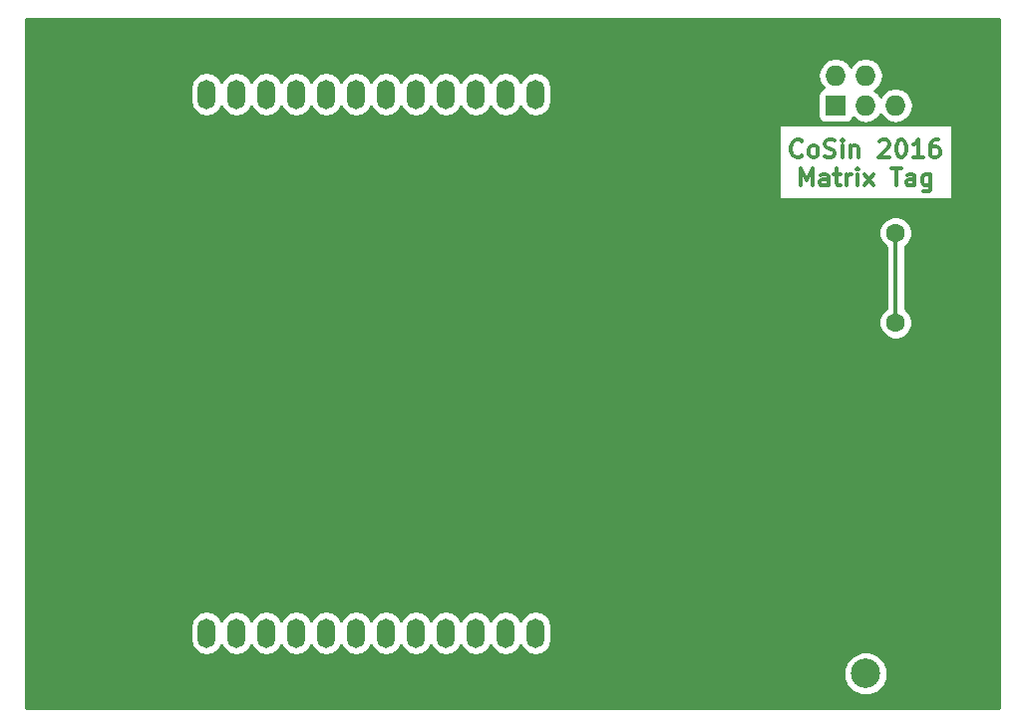
<source format=gbr>
G04 #@! TF.FileFunction,Copper,L1,Top,Signal*
%FSLAX46Y46*%
G04 Gerber Fmt 4.6, Leading zero omitted, Abs format (unit mm)*
G04 Created by KiCad (PCBNEW 4.0.2+dfsg1-stable) date Thu 23 Jun 2016 09:12:49 CEST*
%MOMM*%
G01*
G04 APERTURE LIST*
%ADD10C,0.100000*%
%ADD11C,0.300000*%
%ADD12C,1.600000*%
%ADD13C,2.500000*%
%ADD14R,1.727200X1.727200*%
%ADD15O,1.727200X1.727200*%
%ADD16O,1.500000X2.500000*%
%ADD17C,0.800000*%
%ADD18C,0.350000*%
%ADD19C,0.250000*%
G04 APERTURE END LIST*
D10*
D11*
X220607144Y-85335714D02*
X220535715Y-85407143D01*
X220321429Y-85478571D01*
X220178572Y-85478571D01*
X219964287Y-85407143D01*
X219821429Y-85264286D01*
X219750001Y-85121429D01*
X219678572Y-84835714D01*
X219678572Y-84621429D01*
X219750001Y-84335714D01*
X219821429Y-84192857D01*
X219964287Y-84050000D01*
X220178572Y-83978571D01*
X220321429Y-83978571D01*
X220535715Y-84050000D01*
X220607144Y-84121429D01*
X221464287Y-85478571D02*
X221321429Y-85407143D01*
X221250001Y-85335714D01*
X221178572Y-85192857D01*
X221178572Y-84764286D01*
X221250001Y-84621429D01*
X221321429Y-84550000D01*
X221464287Y-84478571D01*
X221678572Y-84478571D01*
X221821429Y-84550000D01*
X221892858Y-84621429D01*
X221964287Y-84764286D01*
X221964287Y-85192857D01*
X221892858Y-85335714D01*
X221821429Y-85407143D01*
X221678572Y-85478571D01*
X221464287Y-85478571D01*
X222535715Y-85407143D02*
X222750001Y-85478571D01*
X223107144Y-85478571D01*
X223250001Y-85407143D01*
X223321430Y-85335714D01*
X223392858Y-85192857D01*
X223392858Y-85050000D01*
X223321430Y-84907143D01*
X223250001Y-84835714D01*
X223107144Y-84764286D01*
X222821430Y-84692857D01*
X222678572Y-84621429D01*
X222607144Y-84550000D01*
X222535715Y-84407143D01*
X222535715Y-84264286D01*
X222607144Y-84121429D01*
X222678572Y-84050000D01*
X222821430Y-83978571D01*
X223178572Y-83978571D01*
X223392858Y-84050000D01*
X224035715Y-85478571D02*
X224035715Y-84478571D01*
X224035715Y-83978571D02*
X223964286Y-84050000D01*
X224035715Y-84121429D01*
X224107143Y-84050000D01*
X224035715Y-83978571D01*
X224035715Y-84121429D01*
X224750001Y-84478571D02*
X224750001Y-85478571D01*
X224750001Y-84621429D02*
X224821429Y-84550000D01*
X224964287Y-84478571D01*
X225178572Y-84478571D01*
X225321429Y-84550000D01*
X225392858Y-84692857D01*
X225392858Y-85478571D01*
X227178572Y-84121429D02*
X227250001Y-84050000D01*
X227392858Y-83978571D01*
X227750001Y-83978571D01*
X227892858Y-84050000D01*
X227964287Y-84121429D01*
X228035715Y-84264286D01*
X228035715Y-84407143D01*
X227964287Y-84621429D01*
X227107144Y-85478571D01*
X228035715Y-85478571D01*
X228964286Y-83978571D02*
X229107143Y-83978571D01*
X229250000Y-84050000D01*
X229321429Y-84121429D01*
X229392858Y-84264286D01*
X229464286Y-84550000D01*
X229464286Y-84907143D01*
X229392858Y-85192857D01*
X229321429Y-85335714D01*
X229250000Y-85407143D01*
X229107143Y-85478571D01*
X228964286Y-85478571D01*
X228821429Y-85407143D01*
X228750000Y-85335714D01*
X228678572Y-85192857D01*
X228607143Y-84907143D01*
X228607143Y-84550000D01*
X228678572Y-84264286D01*
X228750000Y-84121429D01*
X228821429Y-84050000D01*
X228964286Y-83978571D01*
X230892857Y-85478571D02*
X230035714Y-85478571D01*
X230464286Y-85478571D02*
X230464286Y-83978571D01*
X230321429Y-84192857D01*
X230178571Y-84335714D01*
X230035714Y-84407143D01*
X232178571Y-83978571D02*
X231892857Y-83978571D01*
X231750000Y-84050000D01*
X231678571Y-84121429D01*
X231535714Y-84335714D01*
X231464285Y-84621429D01*
X231464285Y-85192857D01*
X231535714Y-85335714D01*
X231607142Y-85407143D01*
X231750000Y-85478571D01*
X232035714Y-85478571D01*
X232178571Y-85407143D01*
X232250000Y-85335714D01*
X232321428Y-85192857D01*
X232321428Y-84835714D01*
X232250000Y-84692857D01*
X232178571Y-84621429D01*
X232035714Y-84550000D01*
X231750000Y-84550000D01*
X231607142Y-84621429D01*
X231535714Y-84692857D01*
X231464285Y-84835714D01*
X220464286Y-87878571D02*
X220464286Y-86378571D01*
X220964286Y-87450000D01*
X221464286Y-86378571D01*
X221464286Y-87878571D01*
X222821429Y-87878571D02*
X222821429Y-87092857D01*
X222750000Y-86950000D01*
X222607143Y-86878571D01*
X222321429Y-86878571D01*
X222178572Y-86950000D01*
X222821429Y-87807143D02*
X222678572Y-87878571D01*
X222321429Y-87878571D01*
X222178572Y-87807143D01*
X222107143Y-87664286D01*
X222107143Y-87521429D01*
X222178572Y-87378571D01*
X222321429Y-87307143D01*
X222678572Y-87307143D01*
X222821429Y-87235714D01*
X223321429Y-86878571D02*
X223892858Y-86878571D01*
X223535715Y-86378571D02*
X223535715Y-87664286D01*
X223607143Y-87807143D01*
X223750001Y-87878571D01*
X223892858Y-87878571D01*
X224392858Y-87878571D02*
X224392858Y-86878571D01*
X224392858Y-87164286D02*
X224464286Y-87021429D01*
X224535715Y-86950000D01*
X224678572Y-86878571D01*
X224821429Y-86878571D01*
X225321429Y-87878571D02*
X225321429Y-86878571D01*
X225321429Y-86378571D02*
X225250000Y-86450000D01*
X225321429Y-86521429D01*
X225392857Y-86450000D01*
X225321429Y-86378571D01*
X225321429Y-86521429D01*
X225892858Y-87878571D02*
X226678572Y-86878571D01*
X225892858Y-86878571D02*
X226678572Y-87878571D01*
X228178572Y-86378571D02*
X229035715Y-86378571D01*
X228607144Y-87878571D02*
X228607144Y-86378571D01*
X230178572Y-87878571D02*
X230178572Y-87092857D01*
X230107143Y-86950000D01*
X229964286Y-86878571D01*
X229678572Y-86878571D01*
X229535715Y-86950000D01*
X230178572Y-87807143D02*
X230035715Y-87878571D01*
X229678572Y-87878571D01*
X229535715Y-87807143D01*
X229464286Y-87664286D01*
X229464286Y-87521429D01*
X229535715Y-87378571D01*
X229678572Y-87307143D01*
X230035715Y-87307143D01*
X230178572Y-87235714D01*
X231535715Y-86878571D02*
X231535715Y-88092857D01*
X231464286Y-88235714D01*
X231392858Y-88307143D01*
X231250001Y-88378571D01*
X231035715Y-88378571D01*
X230892858Y-88307143D01*
X231535715Y-87807143D02*
X231392858Y-87878571D01*
X231107144Y-87878571D01*
X230964286Y-87807143D01*
X230892858Y-87735714D01*
X230821429Y-87592857D01*
X230821429Y-87164286D01*
X230892858Y-87021429D01*
X230964286Y-86950000D01*
X231107144Y-86878571D01*
X231392858Y-86878571D01*
X231535715Y-86950000D01*
D12*
X223460000Y-91890000D03*
X228540000Y-91890000D03*
X223460000Y-99510000D03*
X228540000Y-99510000D03*
D13*
X226000000Y-129350000D03*
X226000000Y-109350000D03*
D14*
X223460000Y-81040000D03*
D15*
X223460000Y-78500000D03*
X226000000Y-81040000D03*
X226000000Y-78500000D03*
X228540000Y-81040000D03*
X228540000Y-78500000D03*
D16*
X170040000Y-125900000D03*
X172580000Y-125900000D03*
X175120000Y-125900000D03*
X177660000Y-125900000D03*
X180200000Y-125900000D03*
X182740000Y-125900000D03*
X185280000Y-125900000D03*
X187820000Y-125900000D03*
X190360000Y-125900000D03*
X192900000Y-125900000D03*
X195440000Y-125900000D03*
X197980000Y-125900000D03*
X170040000Y-80100000D03*
X172580000Y-80100000D03*
X175120000Y-80100000D03*
X177660000Y-80100000D03*
X180200000Y-80100000D03*
X182740000Y-80100000D03*
X185280000Y-80100000D03*
X187820000Y-80100000D03*
X190360000Y-80100000D03*
X192900000Y-80100000D03*
X195440000Y-80100000D03*
X197980000Y-80100000D03*
D17*
X223100000Y-103300000D03*
X171500000Y-90300000D03*
X179600000Y-90300000D03*
X187100000Y-90200000D03*
X194600000Y-90200000D03*
X196500000Y-115700000D03*
X188900000Y-115600000D03*
X181000000Y-115600000D03*
X173520000Y-115650000D03*
X177850000Y-110020000D03*
X194490000Y-105810000D03*
D18*
X228540000Y-99510000D02*
X228540000Y-91890000D01*
D19*
G36*
X237300000Y-132300000D02*
X154700000Y-132300000D01*
X154700000Y-129721324D01*
X224124676Y-129721324D01*
X224409526Y-130410714D01*
X224936511Y-130938620D01*
X225625403Y-131224673D01*
X226371324Y-131225324D01*
X227060714Y-130940474D01*
X227588620Y-130413489D01*
X227874673Y-129724597D01*
X227875324Y-128978676D01*
X227590474Y-128289286D01*
X227063489Y-127761380D01*
X226374597Y-127475327D01*
X225628676Y-127474676D01*
X224939286Y-127759526D01*
X224411380Y-128286511D01*
X224125327Y-128975403D01*
X224124676Y-129721324D01*
X154700000Y-129721324D01*
X154700000Y-125363267D01*
X168665000Y-125363267D01*
X168665000Y-126436733D01*
X168769666Y-126962923D01*
X169067728Y-127409005D01*
X169513810Y-127707067D01*
X170040000Y-127811733D01*
X170566190Y-127707067D01*
X171012272Y-127409005D01*
X171310000Y-126963423D01*
X171607728Y-127409005D01*
X172053810Y-127707067D01*
X172580000Y-127811733D01*
X173106190Y-127707067D01*
X173552272Y-127409005D01*
X173850000Y-126963423D01*
X174147728Y-127409005D01*
X174593810Y-127707067D01*
X175120000Y-127811733D01*
X175646190Y-127707067D01*
X176092272Y-127409005D01*
X176390000Y-126963423D01*
X176687728Y-127409005D01*
X177133810Y-127707067D01*
X177660000Y-127811733D01*
X178186190Y-127707067D01*
X178632272Y-127409005D01*
X178930000Y-126963423D01*
X179227728Y-127409005D01*
X179673810Y-127707067D01*
X180200000Y-127811733D01*
X180726190Y-127707067D01*
X181172272Y-127409005D01*
X181470000Y-126963423D01*
X181767728Y-127409005D01*
X182213810Y-127707067D01*
X182740000Y-127811733D01*
X183266190Y-127707067D01*
X183712272Y-127409005D01*
X184010000Y-126963423D01*
X184307728Y-127409005D01*
X184753810Y-127707067D01*
X185280000Y-127811733D01*
X185806190Y-127707067D01*
X186252272Y-127409005D01*
X186550000Y-126963423D01*
X186847728Y-127409005D01*
X187293810Y-127707067D01*
X187820000Y-127811733D01*
X188346190Y-127707067D01*
X188792272Y-127409005D01*
X189090000Y-126963423D01*
X189387728Y-127409005D01*
X189833810Y-127707067D01*
X190360000Y-127811733D01*
X190886190Y-127707067D01*
X191332272Y-127409005D01*
X191630000Y-126963423D01*
X191927728Y-127409005D01*
X192373810Y-127707067D01*
X192900000Y-127811733D01*
X193426190Y-127707067D01*
X193872272Y-127409005D01*
X194170000Y-126963423D01*
X194467728Y-127409005D01*
X194913810Y-127707067D01*
X195440000Y-127811733D01*
X195966190Y-127707067D01*
X196412272Y-127409005D01*
X196710000Y-126963423D01*
X197007728Y-127409005D01*
X197453810Y-127707067D01*
X197980000Y-127811733D01*
X198506190Y-127707067D01*
X198952272Y-127409005D01*
X199250334Y-126962923D01*
X199355000Y-126436733D01*
X199355000Y-125363267D01*
X199250334Y-124837077D01*
X198952272Y-124390995D01*
X198506190Y-124092933D01*
X197980000Y-123988267D01*
X197453810Y-124092933D01*
X197007728Y-124390995D01*
X196710000Y-124836577D01*
X196412272Y-124390995D01*
X195966190Y-124092933D01*
X195440000Y-123988267D01*
X194913810Y-124092933D01*
X194467728Y-124390995D01*
X194170000Y-124836577D01*
X193872272Y-124390995D01*
X193426190Y-124092933D01*
X192900000Y-123988267D01*
X192373810Y-124092933D01*
X191927728Y-124390995D01*
X191630000Y-124836577D01*
X191332272Y-124390995D01*
X190886190Y-124092933D01*
X190360000Y-123988267D01*
X189833810Y-124092933D01*
X189387728Y-124390995D01*
X189090000Y-124836577D01*
X188792272Y-124390995D01*
X188346190Y-124092933D01*
X187820000Y-123988267D01*
X187293810Y-124092933D01*
X186847728Y-124390995D01*
X186550000Y-124836577D01*
X186252272Y-124390995D01*
X185806190Y-124092933D01*
X185280000Y-123988267D01*
X184753810Y-124092933D01*
X184307728Y-124390995D01*
X184010000Y-124836577D01*
X183712272Y-124390995D01*
X183266190Y-124092933D01*
X182740000Y-123988267D01*
X182213810Y-124092933D01*
X181767728Y-124390995D01*
X181470000Y-124836577D01*
X181172272Y-124390995D01*
X180726190Y-124092933D01*
X180200000Y-123988267D01*
X179673810Y-124092933D01*
X179227728Y-124390995D01*
X178930000Y-124836577D01*
X178632272Y-124390995D01*
X178186190Y-124092933D01*
X177660000Y-123988267D01*
X177133810Y-124092933D01*
X176687728Y-124390995D01*
X176390000Y-124836577D01*
X176092272Y-124390995D01*
X175646190Y-124092933D01*
X175120000Y-123988267D01*
X174593810Y-124092933D01*
X174147728Y-124390995D01*
X173850000Y-124836577D01*
X173552272Y-124390995D01*
X173106190Y-124092933D01*
X172580000Y-123988267D01*
X172053810Y-124092933D01*
X171607728Y-124390995D01*
X171310000Y-124836577D01*
X171012272Y-124390995D01*
X170566190Y-124092933D01*
X170040000Y-123988267D01*
X169513810Y-124092933D01*
X169067728Y-124390995D01*
X168769666Y-124837077D01*
X168665000Y-125363267D01*
X154700000Y-125363267D01*
X154700000Y-92172206D01*
X227114754Y-92172206D01*
X227331240Y-92696143D01*
X227731749Y-93097351D01*
X227740000Y-93100777D01*
X227740000Y-98298702D01*
X227733857Y-98301240D01*
X227332649Y-98701749D01*
X227115248Y-99225307D01*
X227114754Y-99792206D01*
X227331240Y-100316143D01*
X227731749Y-100717351D01*
X228255307Y-100934752D01*
X228822206Y-100935246D01*
X229346143Y-100718760D01*
X229747351Y-100318251D01*
X229964752Y-99794693D01*
X229965246Y-99227794D01*
X229748760Y-98703857D01*
X229348251Y-98302649D01*
X229340000Y-98299223D01*
X229340000Y-93101298D01*
X229346143Y-93098760D01*
X229747351Y-92698251D01*
X229964752Y-92174693D01*
X229965246Y-91607794D01*
X229748760Y-91083857D01*
X229348251Y-90682649D01*
X228824693Y-90465248D01*
X228257794Y-90464754D01*
X227733857Y-90681240D01*
X227332649Y-91081749D01*
X227115248Y-91605307D01*
X227114754Y-92172206D01*
X154700000Y-92172206D01*
X154700000Y-82675000D01*
X218617858Y-82675000D01*
X218617858Y-89025000D01*
X233382142Y-89025000D01*
X233382142Y-82675000D01*
X218617858Y-82675000D01*
X154700000Y-82675000D01*
X154700000Y-79563267D01*
X168665000Y-79563267D01*
X168665000Y-80636733D01*
X168769666Y-81162923D01*
X169067728Y-81609005D01*
X169513810Y-81907067D01*
X170040000Y-82011733D01*
X170566190Y-81907067D01*
X171012272Y-81609005D01*
X171310000Y-81163423D01*
X171607728Y-81609005D01*
X172053810Y-81907067D01*
X172580000Y-82011733D01*
X173106190Y-81907067D01*
X173552272Y-81609005D01*
X173850000Y-81163423D01*
X174147728Y-81609005D01*
X174593810Y-81907067D01*
X175120000Y-82011733D01*
X175646190Y-81907067D01*
X176092272Y-81609005D01*
X176390000Y-81163423D01*
X176687728Y-81609005D01*
X177133810Y-81907067D01*
X177660000Y-82011733D01*
X178186190Y-81907067D01*
X178632272Y-81609005D01*
X178930000Y-81163423D01*
X179227728Y-81609005D01*
X179673810Y-81907067D01*
X180200000Y-82011733D01*
X180726190Y-81907067D01*
X181172272Y-81609005D01*
X181470000Y-81163423D01*
X181767728Y-81609005D01*
X182213810Y-81907067D01*
X182740000Y-82011733D01*
X183266190Y-81907067D01*
X183712272Y-81609005D01*
X184010000Y-81163423D01*
X184307728Y-81609005D01*
X184753810Y-81907067D01*
X185280000Y-82011733D01*
X185806190Y-81907067D01*
X186252272Y-81609005D01*
X186550000Y-81163423D01*
X186847728Y-81609005D01*
X187293810Y-81907067D01*
X187820000Y-82011733D01*
X188346190Y-81907067D01*
X188792272Y-81609005D01*
X189090000Y-81163423D01*
X189387728Y-81609005D01*
X189833810Y-81907067D01*
X190360000Y-82011733D01*
X190886190Y-81907067D01*
X191332272Y-81609005D01*
X191630000Y-81163423D01*
X191927728Y-81609005D01*
X192373810Y-81907067D01*
X192900000Y-82011733D01*
X193426190Y-81907067D01*
X193872272Y-81609005D01*
X194170000Y-81163423D01*
X194467728Y-81609005D01*
X194913810Y-81907067D01*
X195440000Y-82011733D01*
X195966190Y-81907067D01*
X196412272Y-81609005D01*
X196710000Y-81163423D01*
X197007728Y-81609005D01*
X197453810Y-81907067D01*
X197980000Y-82011733D01*
X198506190Y-81907067D01*
X198952272Y-81609005D01*
X199250334Y-81162923D01*
X199355000Y-80636733D01*
X199355000Y-80176400D01*
X221959156Y-80176400D01*
X221959156Y-81903600D01*
X222002737Y-82135211D01*
X222139619Y-82347932D01*
X222348476Y-82490638D01*
X222596400Y-82540844D01*
X224323600Y-82540844D01*
X224555211Y-82497263D01*
X224767932Y-82360381D01*
X224910638Y-82151524D01*
X224923814Y-82086461D01*
X224947401Y-82121762D01*
X225430337Y-82444450D01*
X226000000Y-82557763D01*
X226569663Y-82444450D01*
X227052599Y-82121762D01*
X227270000Y-81796399D01*
X227487401Y-82121762D01*
X227970337Y-82444450D01*
X228540000Y-82557763D01*
X229109663Y-82444450D01*
X229592599Y-82121762D01*
X229915287Y-81638826D01*
X230028600Y-81069163D01*
X230028600Y-81010837D01*
X229915287Y-80441174D01*
X229592599Y-79958238D01*
X229109663Y-79635550D01*
X228540000Y-79522237D01*
X227970337Y-79635550D01*
X227487401Y-79958238D01*
X227270000Y-80283601D01*
X227052599Y-79958238D01*
X226770881Y-79770000D01*
X227052599Y-79581762D01*
X227375287Y-79098826D01*
X227488600Y-78529163D01*
X227488600Y-78470837D01*
X227375287Y-77901174D01*
X227052599Y-77418238D01*
X226569663Y-77095550D01*
X226000000Y-76982237D01*
X225430337Y-77095550D01*
X224947401Y-77418238D01*
X224730000Y-77743601D01*
X224512599Y-77418238D01*
X224029663Y-77095550D01*
X223460000Y-76982237D01*
X222890337Y-77095550D01*
X222407401Y-77418238D01*
X222084713Y-77901174D01*
X221971400Y-78470837D01*
X221971400Y-78529163D01*
X222084713Y-79098826D01*
X222403221Y-79575506D01*
X222364789Y-79582737D01*
X222152068Y-79719619D01*
X222009362Y-79928476D01*
X221959156Y-80176400D01*
X199355000Y-80176400D01*
X199355000Y-79563267D01*
X199250334Y-79037077D01*
X198952272Y-78590995D01*
X198506190Y-78292933D01*
X197980000Y-78188267D01*
X197453810Y-78292933D01*
X197007728Y-78590995D01*
X196710000Y-79036577D01*
X196412272Y-78590995D01*
X195966190Y-78292933D01*
X195440000Y-78188267D01*
X194913810Y-78292933D01*
X194467728Y-78590995D01*
X194170000Y-79036577D01*
X193872272Y-78590995D01*
X193426190Y-78292933D01*
X192900000Y-78188267D01*
X192373810Y-78292933D01*
X191927728Y-78590995D01*
X191630000Y-79036577D01*
X191332272Y-78590995D01*
X190886190Y-78292933D01*
X190360000Y-78188267D01*
X189833810Y-78292933D01*
X189387728Y-78590995D01*
X189090000Y-79036577D01*
X188792272Y-78590995D01*
X188346190Y-78292933D01*
X187820000Y-78188267D01*
X187293810Y-78292933D01*
X186847728Y-78590995D01*
X186550000Y-79036577D01*
X186252272Y-78590995D01*
X185806190Y-78292933D01*
X185280000Y-78188267D01*
X184753810Y-78292933D01*
X184307728Y-78590995D01*
X184010000Y-79036577D01*
X183712272Y-78590995D01*
X183266190Y-78292933D01*
X182740000Y-78188267D01*
X182213810Y-78292933D01*
X181767728Y-78590995D01*
X181470000Y-79036577D01*
X181172272Y-78590995D01*
X180726190Y-78292933D01*
X180200000Y-78188267D01*
X179673810Y-78292933D01*
X179227728Y-78590995D01*
X178930000Y-79036577D01*
X178632272Y-78590995D01*
X178186190Y-78292933D01*
X177660000Y-78188267D01*
X177133810Y-78292933D01*
X176687728Y-78590995D01*
X176390000Y-79036577D01*
X176092272Y-78590995D01*
X175646190Y-78292933D01*
X175120000Y-78188267D01*
X174593810Y-78292933D01*
X174147728Y-78590995D01*
X173850000Y-79036577D01*
X173552272Y-78590995D01*
X173106190Y-78292933D01*
X172580000Y-78188267D01*
X172053810Y-78292933D01*
X171607728Y-78590995D01*
X171310000Y-79036577D01*
X171012272Y-78590995D01*
X170566190Y-78292933D01*
X170040000Y-78188267D01*
X169513810Y-78292933D01*
X169067728Y-78590995D01*
X168769666Y-79037077D01*
X168665000Y-79563267D01*
X154700000Y-79563267D01*
X154700000Y-73700000D01*
X237300000Y-73700000D01*
X237300000Y-132300000D01*
X237300000Y-132300000D01*
G37*
X237300000Y-132300000D02*
X154700000Y-132300000D01*
X154700000Y-129721324D01*
X224124676Y-129721324D01*
X224409526Y-130410714D01*
X224936511Y-130938620D01*
X225625403Y-131224673D01*
X226371324Y-131225324D01*
X227060714Y-130940474D01*
X227588620Y-130413489D01*
X227874673Y-129724597D01*
X227875324Y-128978676D01*
X227590474Y-128289286D01*
X227063489Y-127761380D01*
X226374597Y-127475327D01*
X225628676Y-127474676D01*
X224939286Y-127759526D01*
X224411380Y-128286511D01*
X224125327Y-128975403D01*
X224124676Y-129721324D01*
X154700000Y-129721324D01*
X154700000Y-125363267D01*
X168665000Y-125363267D01*
X168665000Y-126436733D01*
X168769666Y-126962923D01*
X169067728Y-127409005D01*
X169513810Y-127707067D01*
X170040000Y-127811733D01*
X170566190Y-127707067D01*
X171012272Y-127409005D01*
X171310000Y-126963423D01*
X171607728Y-127409005D01*
X172053810Y-127707067D01*
X172580000Y-127811733D01*
X173106190Y-127707067D01*
X173552272Y-127409005D01*
X173850000Y-126963423D01*
X174147728Y-127409005D01*
X174593810Y-127707067D01*
X175120000Y-127811733D01*
X175646190Y-127707067D01*
X176092272Y-127409005D01*
X176390000Y-126963423D01*
X176687728Y-127409005D01*
X177133810Y-127707067D01*
X177660000Y-127811733D01*
X178186190Y-127707067D01*
X178632272Y-127409005D01*
X178930000Y-126963423D01*
X179227728Y-127409005D01*
X179673810Y-127707067D01*
X180200000Y-127811733D01*
X180726190Y-127707067D01*
X181172272Y-127409005D01*
X181470000Y-126963423D01*
X181767728Y-127409005D01*
X182213810Y-127707067D01*
X182740000Y-127811733D01*
X183266190Y-127707067D01*
X183712272Y-127409005D01*
X184010000Y-126963423D01*
X184307728Y-127409005D01*
X184753810Y-127707067D01*
X185280000Y-127811733D01*
X185806190Y-127707067D01*
X186252272Y-127409005D01*
X186550000Y-126963423D01*
X186847728Y-127409005D01*
X187293810Y-127707067D01*
X187820000Y-127811733D01*
X188346190Y-127707067D01*
X188792272Y-127409005D01*
X189090000Y-126963423D01*
X189387728Y-127409005D01*
X189833810Y-127707067D01*
X190360000Y-127811733D01*
X190886190Y-127707067D01*
X191332272Y-127409005D01*
X191630000Y-126963423D01*
X191927728Y-127409005D01*
X192373810Y-127707067D01*
X192900000Y-127811733D01*
X193426190Y-127707067D01*
X193872272Y-127409005D01*
X194170000Y-126963423D01*
X194467728Y-127409005D01*
X194913810Y-127707067D01*
X195440000Y-127811733D01*
X195966190Y-127707067D01*
X196412272Y-127409005D01*
X196710000Y-126963423D01*
X197007728Y-127409005D01*
X197453810Y-127707067D01*
X197980000Y-127811733D01*
X198506190Y-127707067D01*
X198952272Y-127409005D01*
X199250334Y-126962923D01*
X199355000Y-126436733D01*
X199355000Y-125363267D01*
X199250334Y-124837077D01*
X198952272Y-124390995D01*
X198506190Y-124092933D01*
X197980000Y-123988267D01*
X197453810Y-124092933D01*
X197007728Y-124390995D01*
X196710000Y-124836577D01*
X196412272Y-124390995D01*
X195966190Y-124092933D01*
X195440000Y-123988267D01*
X194913810Y-124092933D01*
X194467728Y-124390995D01*
X194170000Y-124836577D01*
X193872272Y-124390995D01*
X193426190Y-124092933D01*
X192900000Y-123988267D01*
X192373810Y-124092933D01*
X191927728Y-124390995D01*
X191630000Y-124836577D01*
X191332272Y-124390995D01*
X190886190Y-124092933D01*
X190360000Y-123988267D01*
X189833810Y-124092933D01*
X189387728Y-124390995D01*
X189090000Y-124836577D01*
X188792272Y-124390995D01*
X188346190Y-124092933D01*
X187820000Y-123988267D01*
X187293810Y-124092933D01*
X186847728Y-124390995D01*
X186550000Y-124836577D01*
X186252272Y-124390995D01*
X185806190Y-124092933D01*
X185280000Y-123988267D01*
X184753810Y-124092933D01*
X184307728Y-124390995D01*
X184010000Y-124836577D01*
X183712272Y-124390995D01*
X183266190Y-124092933D01*
X182740000Y-123988267D01*
X182213810Y-124092933D01*
X181767728Y-124390995D01*
X181470000Y-124836577D01*
X181172272Y-124390995D01*
X180726190Y-124092933D01*
X180200000Y-123988267D01*
X179673810Y-124092933D01*
X179227728Y-124390995D01*
X178930000Y-124836577D01*
X178632272Y-124390995D01*
X178186190Y-124092933D01*
X177660000Y-123988267D01*
X177133810Y-124092933D01*
X176687728Y-124390995D01*
X176390000Y-124836577D01*
X176092272Y-124390995D01*
X175646190Y-124092933D01*
X175120000Y-123988267D01*
X174593810Y-124092933D01*
X174147728Y-124390995D01*
X173850000Y-124836577D01*
X173552272Y-124390995D01*
X173106190Y-124092933D01*
X172580000Y-123988267D01*
X172053810Y-124092933D01*
X171607728Y-124390995D01*
X171310000Y-124836577D01*
X171012272Y-124390995D01*
X170566190Y-124092933D01*
X170040000Y-123988267D01*
X169513810Y-124092933D01*
X169067728Y-124390995D01*
X168769666Y-124837077D01*
X168665000Y-125363267D01*
X154700000Y-125363267D01*
X154700000Y-92172206D01*
X227114754Y-92172206D01*
X227331240Y-92696143D01*
X227731749Y-93097351D01*
X227740000Y-93100777D01*
X227740000Y-98298702D01*
X227733857Y-98301240D01*
X227332649Y-98701749D01*
X227115248Y-99225307D01*
X227114754Y-99792206D01*
X227331240Y-100316143D01*
X227731749Y-100717351D01*
X228255307Y-100934752D01*
X228822206Y-100935246D01*
X229346143Y-100718760D01*
X229747351Y-100318251D01*
X229964752Y-99794693D01*
X229965246Y-99227794D01*
X229748760Y-98703857D01*
X229348251Y-98302649D01*
X229340000Y-98299223D01*
X229340000Y-93101298D01*
X229346143Y-93098760D01*
X229747351Y-92698251D01*
X229964752Y-92174693D01*
X229965246Y-91607794D01*
X229748760Y-91083857D01*
X229348251Y-90682649D01*
X228824693Y-90465248D01*
X228257794Y-90464754D01*
X227733857Y-90681240D01*
X227332649Y-91081749D01*
X227115248Y-91605307D01*
X227114754Y-92172206D01*
X154700000Y-92172206D01*
X154700000Y-82675000D01*
X218617858Y-82675000D01*
X218617858Y-89025000D01*
X233382142Y-89025000D01*
X233382142Y-82675000D01*
X218617858Y-82675000D01*
X154700000Y-82675000D01*
X154700000Y-79563267D01*
X168665000Y-79563267D01*
X168665000Y-80636733D01*
X168769666Y-81162923D01*
X169067728Y-81609005D01*
X169513810Y-81907067D01*
X170040000Y-82011733D01*
X170566190Y-81907067D01*
X171012272Y-81609005D01*
X171310000Y-81163423D01*
X171607728Y-81609005D01*
X172053810Y-81907067D01*
X172580000Y-82011733D01*
X173106190Y-81907067D01*
X173552272Y-81609005D01*
X173850000Y-81163423D01*
X174147728Y-81609005D01*
X174593810Y-81907067D01*
X175120000Y-82011733D01*
X175646190Y-81907067D01*
X176092272Y-81609005D01*
X176390000Y-81163423D01*
X176687728Y-81609005D01*
X177133810Y-81907067D01*
X177660000Y-82011733D01*
X178186190Y-81907067D01*
X178632272Y-81609005D01*
X178930000Y-81163423D01*
X179227728Y-81609005D01*
X179673810Y-81907067D01*
X180200000Y-82011733D01*
X180726190Y-81907067D01*
X181172272Y-81609005D01*
X181470000Y-81163423D01*
X181767728Y-81609005D01*
X182213810Y-81907067D01*
X182740000Y-82011733D01*
X183266190Y-81907067D01*
X183712272Y-81609005D01*
X184010000Y-81163423D01*
X184307728Y-81609005D01*
X184753810Y-81907067D01*
X185280000Y-82011733D01*
X185806190Y-81907067D01*
X186252272Y-81609005D01*
X186550000Y-81163423D01*
X186847728Y-81609005D01*
X187293810Y-81907067D01*
X187820000Y-82011733D01*
X188346190Y-81907067D01*
X188792272Y-81609005D01*
X189090000Y-81163423D01*
X189387728Y-81609005D01*
X189833810Y-81907067D01*
X190360000Y-82011733D01*
X190886190Y-81907067D01*
X191332272Y-81609005D01*
X191630000Y-81163423D01*
X191927728Y-81609005D01*
X192373810Y-81907067D01*
X192900000Y-82011733D01*
X193426190Y-81907067D01*
X193872272Y-81609005D01*
X194170000Y-81163423D01*
X194467728Y-81609005D01*
X194913810Y-81907067D01*
X195440000Y-82011733D01*
X195966190Y-81907067D01*
X196412272Y-81609005D01*
X196710000Y-81163423D01*
X197007728Y-81609005D01*
X197453810Y-81907067D01*
X197980000Y-82011733D01*
X198506190Y-81907067D01*
X198952272Y-81609005D01*
X199250334Y-81162923D01*
X199355000Y-80636733D01*
X199355000Y-80176400D01*
X221959156Y-80176400D01*
X221959156Y-81903600D01*
X222002737Y-82135211D01*
X222139619Y-82347932D01*
X222348476Y-82490638D01*
X222596400Y-82540844D01*
X224323600Y-82540844D01*
X224555211Y-82497263D01*
X224767932Y-82360381D01*
X224910638Y-82151524D01*
X224923814Y-82086461D01*
X224947401Y-82121762D01*
X225430337Y-82444450D01*
X226000000Y-82557763D01*
X226569663Y-82444450D01*
X227052599Y-82121762D01*
X227270000Y-81796399D01*
X227487401Y-82121762D01*
X227970337Y-82444450D01*
X228540000Y-82557763D01*
X229109663Y-82444450D01*
X229592599Y-82121762D01*
X229915287Y-81638826D01*
X230028600Y-81069163D01*
X230028600Y-81010837D01*
X229915287Y-80441174D01*
X229592599Y-79958238D01*
X229109663Y-79635550D01*
X228540000Y-79522237D01*
X227970337Y-79635550D01*
X227487401Y-79958238D01*
X227270000Y-80283601D01*
X227052599Y-79958238D01*
X226770881Y-79770000D01*
X227052599Y-79581762D01*
X227375287Y-79098826D01*
X227488600Y-78529163D01*
X227488600Y-78470837D01*
X227375287Y-77901174D01*
X227052599Y-77418238D01*
X226569663Y-77095550D01*
X226000000Y-76982237D01*
X225430337Y-77095550D01*
X224947401Y-77418238D01*
X224730000Y-77743601D01*
X224512599Y-77418238D01*
X224029663Y-77095550D01*
X223460000Y-76982237D01*
X222890337Y-77095550D01*
X222407401Y-77418238D01*
X222084713Y-77901174D01*
X221971400Y-78470837D01*
X221971400Y-78529163D01*
X222084713Y-79098826D01*
X222403221Y-79575506D01*
X222364789Y-79582737D01*
X222152068Y-79719619D01*
X222009362Y-79928476D01*
X221959156Y-80176400D01*
X199355000Y-80176400D01*
X199355000Y-79563267D01*
X199250334Y-79037077D01*
X198952272Y-78590995D01*
X198506190Y-78292933D01*
X197980000Y-78188267D01*
X197453810Y-78292933D01*
X197007728Y-78590995D01*
X196710000Y-79036577D01*
X196412272Y-78590995D01*
X195966190Y-78292933D01*
X195440000Y-78188267D01*
X194913810Y-78292933D01*
X194467728Y-78590995D01*
X194170000Y-79036577D01*
X193872272Y-78590995D01*
X193426190Y-78292933D01*
X192900000Y-78188267D01*
X192373810Y-78292933D01*
X191927728Y-78590995D01*
X191630000Y-79036577D01*
X191332272Y-78590995D01*
X190886190Y-78292933D01*
X190360000Y-78188267D01*
X189833810Y-78292933D01*
X189387728Y-78590995D01*
X189090000Y-79036577D01*
X188792272Y-78590995D01*
X188346190Y-78292933D01*
X187820000Y-78188267D01*
X187293810Y-78292933D01*
X186847728Y-78590995D01*
X186550000Y-79036577D01*
X186252272Y-78590995D01*
X185806190Y-78292933D01*
X185280000Y-78188267D01*
X184753810Y-78292933D01*
X184307728Y-78590995D01*
X184010000Y-79036577D01*
X183712272Y-78590995D01*
X183266190Y-78292933D01*
X182740000Y-78188267D01*
X182213810Y-78292933D01*
X181767728Y-78590995D01*
X181470000Y-79036577D01*
X181172272Y-78590995D01*
X180726190Y-78292933D01*
X180200000Y-78188267D01*
X179673810Y-78292933D01*
X179227728Y-78590995D01*
X178930000Y-79036577D01*
X178632272Y-78590995D01*
X178186190Y-78292933D01*
X177660000Y-78188267D01*
X177133810Y-78292933D01*
X176687728Y-78590995D01*
X176390000Y-79036577D01*
X176092272Y-78590995D01*
X175646190Y-78292933D01*
X175120000Y-78188267D01*
X174593810Y-78292933D01*
X174147728Y-78590995D01*
X173850000Y-79036577D01*
X173552272Y-78590995D01*
X173106190Y-78292933D01*
X172580000Y-78188267D01*
X172053810Y-78292933D01*
X171607728Y-78590995D01*
X171310000Y-79036577D01*
X171012272Y-78590995D01*
X170566190Y-78292933D01*
X170040000Y-78188267D01*
X169513810Y-78292933D01*
X169067728Y-78590995D01*
X168769666Y-79037077D01*
X168665000Y-79563267D01*
X154700000Y-79563267D01*
X154700000Y-73700000D01*
X237300000Y-73700000D01*
X237300000Y-132300000D01*
M02*

</source>
